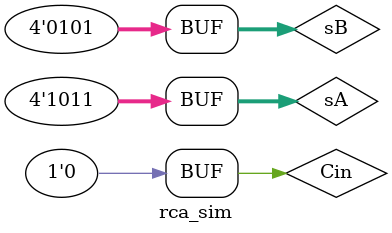
<source format=sv>
`timescale 1ns / 1ps


module rca_sim();
//Creation of signals
 logic [3:0] sA, sB, sResult;
 logic Cin, Cout;

 RCA_4B UUT ( .A(sA), .B(sB), .Cin(Cin), .S(sResult), .Cout(Cout));

 initial begin
    
   sA = 4'b1001; sB = 4'b0010; Cin = 1; #10;
   sA = 4'b1111; sB = 4'b1001; Cin = 0; #10;
   sA = 4'b1011; sB = 4'b1010; Cin = 0; #10;
   sA = 4'b1110; sB = 4'b0000; Cin = 0; #10;
   sA = 4'b1011; sB = 4'b0101; Cin = 0; #10;
 end
endmodule
</source>
